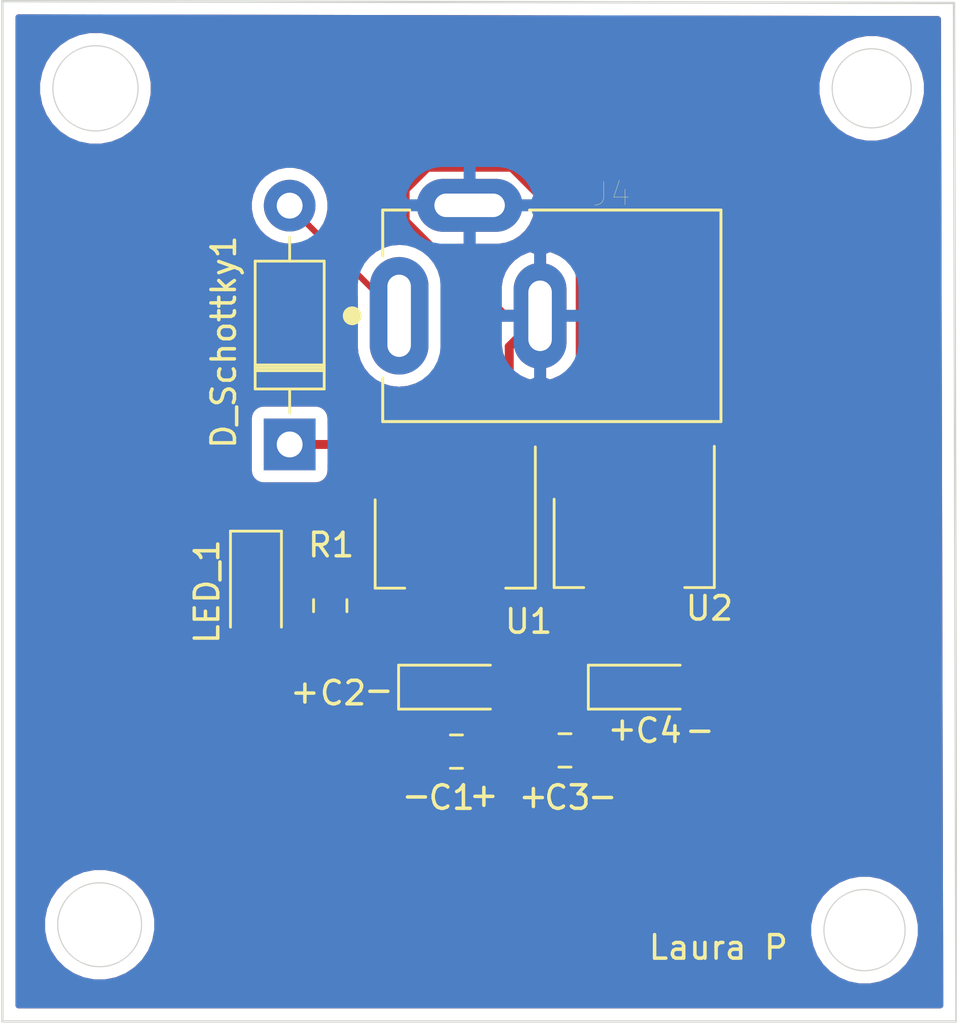
<source format=kicad_pcb>
(kicad_pcb (version 20171130) (host pcbnew "(5.1.5)-3")

  (general
    (thickness 1.6)
    (drawings 17)
    (tracks 61)
    (zones 0)
    (modules 10)
    (nets 7)
  )

  (page A4)
  (title_block
    (title "Sub Circuito de Alimentação")
    (date 2020-04-13)
    (rev "Laura Pereira")
    (company Layout)
  )

  (layers
    (0 F.Cu signal)
    (31 B.Cu signal)
    (32 B.Adhes user)
    (33 F.Adhes user)
    (34 B.Paste user)
    (35 F.Paste user)
    (36 B.SilkS user)
    (37 F.SilkS user)
    (38 B.Mask user)
    (39 F.Mask user)
    (40 Dwgs.User user)
    (41 Cmts.User user)
    (42 Eco1.User user)
    (43 Eco2.User user)
    (44 Edge.Cuts user)
    (45 Margin user)
    (46 B.CrtYd user)
    (47 F.CrtYd user)
    (48 B.Fab user)
    (49 F.Fab user)
  )

  (setup
    (last_trace_width 0.254)
    (trace_clearance 0.3048)
    (zone_clearance 0.508)
    (zone_45_only no)
    (trace_min 0.2)
    (via_size 0.762)
    (via_drill 0.381)
    (via_min_size 0.4)
    (via_min_drill 0.3)
    (uvia_size 0.3)
    (uvia_drill 0.1)
    (uvias_allowed no)
    (uvia_min_size 0.2)
    (uvia_min_drill 0.1)
    (edge_width 0.05)
    (segment_width 0.2)
    (pcb_text_width 0.3)
    (pcb_text_size 1.5 1.5)
    (mod_edge_width 0.12)
    (mod_text_size 1 1)
    (mod_text_width 0.15)
    (pad_size 1.524 1.524)
    (pad_drill 0.762)
    (pad_to_mask_clearance 0.051)
    (solder_mask_min_width 0.25)
    (aux_axis_origin 0 0)
    (visible_elements 7FFDFFFF)
    (pcbplotparams
      (layerselection 0x010f0_ffffffff)
      (usegerberextensions false)
      (usegerberattributes false)
      (usegerberadvancedattributes false)
      (creategerberjobfile false)
      (excludeedgelayer true)
      (linewidth 0.100000)
      (plotframeref true)
      (viasonmask false)
      (mode 1)
      (useauxorigin false)
      (hpglpennumber 1)
      (hpglpenspeed 20)
      (hpglpendiameter 15.000000)
      (psnegative false)
      (psa4output false)
      (plotreference true)
      (plotvalue false)
      (plotinvisibletext false)
      (padsonsilk false)
      (subtractmaskfromsilk false)
      (outputformat 4)
      (mirror false)
      (drillshape 0)
      (scaleselection 1)
      (outputdirectory "../../../../../../Downloads/"))
  )

  (net 0 "")
  (net 1 Vin)
  (net 2 GND)
  (net 3 +5V)
  (net 4 +3V3)
  (net 5 "Net-(D_Schottky1-Pad2)")
  (net 6 "Net-(LED_1-Pad2)")

  (net_class Default "Esta é a classe de rede padrão."
    (clearance 0.3048)
    (trace_width 0.254)
    (via_dia 0.762)
    (via_drill 0.381)
    (uvia_dia 0.3)
    (uvia_drill 0.1)
    (add_net "Net-(D_Schottky1-Pad2)")
    (add_net "Net-(LED_1-Pad2)")
  )

  (net_class Power ""
    (clearance 0.3048)
    (trace_width 0.381)
    (via_dia 0.762)
    (via_drill 0.381)
    (uvia_dia 0.3)
    (uvia_drill 0.1)
    (add_net +3V3)
    (add_net +5V)
    (add_net GND)
    (add_net Vin)
  )

  (module Capacitor_SMD:C_0805_2012Metric (layer F.Cu) (tedit 5B36C52B) (tstamp 5E94C309)
    (at 151.384 123.3932 180)
    (descr "Capacitor SMD 0805 (2012 Metric), square (rectangular) end terminal, IPC_7351 nominal, (Body size source: https://docs.google.com/spreadsheets/d/1BsfQQcO9C6DZCsRaXUlFlo91Tg2WpOkGARC1WS5S8t0/edit?usp=sharing), generated with kicad-footprint-generator")
    (tags capacitor)
    (path /5E950E09)
    (attr smd)
    (fp_text reference C1 (at 0.2032 -1.9558 180) (layer F.SilkS)
      (effects (font (size 1 1) (thickness 0.15)))
    )
    (fp_text value 100nF (at 0 1.65 180) (layer F.Fab)
      (effects (font (size 1 1) (thickness 0.15)))
    )
    (fp_line (start -1 0.6) (end -1 -0.6) (layer F.Fab) (width 0.1))
    (fp_line (start -1 -0.6) (end 1 -0.6) (layer F.Fab) (width 0.1))
    (fp_line (start 1 -0.6) (end 1 0.6) (layer F.Fab) (width 0.1))
    (fp_line (start 1 0.6) (end -1 0.6) (layer F.Fab) (width 0.1))
    (fp_line (start -0.258578 -0.71) (end 0.258578 -0.71) (layer F.SilkS) (width 0.12))
    (fp_line (start -0.258578 0.71) (end 0.258578 0.71) (layer F.SilkS) (width 0.12))
    (fp_line (start -1.68 0.95) (end -1.68 -0.95) (layer F.CrtYd) (width 0.05))
    (fp_line (start -1.68 -0.95) (end 1.68 -0.95) (layer F.CrtYd) (width 0.05))
    (fp_line (start 1.68 -0.95) (end 1.68 0.95) (layer F.CrtYd) (width 0.05))
    (fp_line (start 1.68 0.95) (end -1.68 0.95) (layer F.CrtYd) (width 0.05))
    (fp_text user %R (at 0 0 180) (layer F.Fab)
      (effects (font (size 0.5 0.5) (thickness 0.08)))
    )
    (pad 1 smd roundrect (at -0.9375 0 180) (size 0.975 1.4) (layers F.Cu F.Paste F.Mask) (roundrect_rratio 0.25)
      (net 1 Vin))
    (pad 2 smd roundrect (at 0.9375 0 180) (size 0.975 1.4) (layers F.Cu F.Paste F.Mask) (roundrect_rratio 0.25)
      (net 2 GND))
    (model ${KISYS3DMOD}/Capacitor_SMD.3dshapes/C_0805_2012Metric.wrl
      (at (xyz 0 0 0))
      (scale (xyz 1 1 1))
      (rotate (xyz 0 0 0))
    )
  )

  (module Capacitor_Tantalum_SMD:CP_EIA-3216-10_Kemet-I (layer F.Cu) (tedit 5B301BBE) (tstamp 5E94C31C)
    (at 151.2316 120.65)
    (descr "Tantalum Capacitor SMD Kemet-I (3216-10 Metric), IPC_7351 nominal, (Body size from: http://www.kemet.com/Lists/ProductCatalog/Attachments/253/KEM_TC101_STD.pdf), generated with kicad-footprint-generator")
    (tags "capacitor tantalum")
    (path /5E952FCC)
    (attr smd)
    (fp_text reference C2 (at -4.6736 0.254) (layer F.SilkS)
      (effects (font (size 1 1) (thickness 0.15)))
    )
    (fp_text value 10uF (at 0 1.75) (layer F.Fab)
      (effects (font (size 1 1) (thickness 0.15)))
    )
    (fp_line (start 1.6 -0.8) (end -1.2 -0.8) (layer F.Fab) (width 0.1))
    (fp_line (start -1.2 -0.8) (end -1.6 -0.4) (layer F.Fab) (width 0.1))
    (fp_line (start -1.6 -0.4) (end -1.6 0.8) (layer F.Fab) (width 0.1))
    (fp_line (start -1.6 0.8) (end 1.6 0.8) (layer F.Fab) (width 0.1))
    (fp_line (start 1.6 0.8) (end 1.6 -0.8) (layer F.Fab) (width 0.1))
    (fp_line (start 1.6 -0.935) (end -2.31 -0.935) (layer F.SilkS) (width 0.12))
    (fp_line (start -2.31 -0.935) (end -2.31 0.935) (layer F.SilkS) (width 0.12))
    (fp_line (start -2.31 0.935) (end 1.6 0.935) (layer F.SilkS) (width 0.12))
    (fp_line (start -2.3 1.05) (end -2.3 -1.05) (layer F.CrtYd) (width 0.05))
    (fp_line (start -2.3 -1.05) (end 2.3 -1.05) (layer F.CrtYd) (width 0.05))
    (fp_line (start 2.3 -1.05) (end 2.3 1.05) (layer F.CrtYd) (width 0.05))
    (fp_line (start 2.3 1.05) (end -2.3 1.05) (layer F.CrtYd) (width 0.05))
    (fp_text user %R (at 0 0) (layer F.Fab)
      (effects (font (size 0.8 0.8) (thickness 0.12)))
    )
    (pad 1 smd roundrect (at -1.35 0) (size 1.4 1.35) (layers F.Cu F.Paste F.Mask) (roundrect_rratio 0.185185)
      (net 3 +5V))
    (pad 2 smd roundrect (at 1.35 0) (size 1.4 1.35) (layers F.Cu F.Paste F.Mask) (roundrect_rratio 0.185185)
      (net 2 GND))
    (model ${KISYS3DMOD}/Capacitor_Tantalum_SMD.3dshapes/CP_EIA-3216-10_Kemet-I.wrl
      (at (xyz 0 0 0))
      (scale (xyz 1 1 1))
      (rotate (xyz 0 0 0))
    )
  )

  (module Capacitor_SMD:C_0805_2012Metric (layer F.Cu) (tedit 5B36C52B) (tstamp 5E94C32D)
    (at 156.0045 123.3424)
    (descr "Capacitor SMD 0805 (2012 Metric), square (rectangular) end terminal, IPC_7351 nominal, (Body size source: https://docs.google.com/spreadsheets/d/1BsfQQcO9C6DZCsRaXUlFlo91Tg2WpOkGARC1WS5S8t0/edit?usp=sharing), generated with kicad-footprint-generator")
    (tags capacitor)
    (path /5E9589C8)
    (attr smd)
    (fp_text reference C3 (at 0.1039 2.0066) (layer F.SilkS)
      (effects (font (size 1 1) (thickness 0.15)))
    )
    (fp_text value 100nF (at 0 1.65) (layer F.Fab)
      (effects (font (size 1 1) (thickness 0.15)))
    )
    (fp_text user %R (at 0 0) (layer F.Fab)
      (effects (font (size 0.5 0.5) (thickness 0.08)))
    )
    (fp_line (start 1.68 0.95) (end -1.68 0.95) (layer F.CrtYd) (width 0.05))
    (fp_line (start 1.68 -0.95) (end 1.68 0.95) (layer F.CrtYd) (width 0.05))
    (fp_line (start -1.68 -0.95) (end 1.68 -0.95) (layer F.CrtYd) (width 0.05))
    (fp_line (start -1.68 0.95) (end -1.68 -0.95) (layer F.CrtYd) (width 0.05))
    (fp_line (start -0.258578 0.71) (end 0.258578 0.71) (layer F.SilkS) (width 0.12))
    (fp_line (start -0.258578 -0.71) (end 0.258578 -0.71) (layer F.SilkS) (width 0.12))
    (fp_line (start 1 0.6) (end -1 0.6) (layer F.Fab) (width 0.1))
    (fp_line (start 1 -0.6) (end 1 0.6) (layer F.Fab) (width 0.1))
    (fp_line (start -1 -0.6) (end 1 -0.6) (layer F.Fab) (width 0.1))
    (fp_line (start -1 0.6) (end -1 -0.6) (layer F.Fab) (width 0.1))
    (pad 2 smd roundrect (at 0.9375 0) (size 0.975 1.4) (layers F.Cu F.Paste F.Mask) (roundrect_rratio 0.25)
      (net 2 GND))
    (pad 1 smd roundrect (at -0.9375 0) (size 0.975 1.4) (layers F.Cu F.Paste F.Mask) (roundrect_rratio 0.25)
      (net 1 Vin))
    (model ${KISYS3DMOD}/Capacitor_SMD.3dshapes/C_0805_2012Metric.wrl
      (at (xyz 0 0 0))
      (scale (xyz 1 1 1))
      (rotate (xyz 0 0 0))
    )
  )

  (module Capacitor_Tantalum_SMD:CP_EIA-3216-10_Kemet-I (layer F.Cu) (tedit 5B301BBE) (tstamp 5E94C340)
    (at 159.3088 120.65)
    (descr "Tantalum Capacitor SMD Kemet-I (3216-10 Metric), IPC_7351 nominal, (Body size from: http://www.kemet.com/Lists/ProductCatalog/Attachments/253/KEM_TC101_STD.pdf), generated with kicad-footprint-generator")
    (tags "capacitor tantalum")
    (path /5E95A536)
    (attr smd)
    (fp_text reference C4 (at 0.6858 1.8542) (layer F.SilkS)
      (effects (font (size 1 1) (thickness 0.15)))
    )
    (fp_text value 10uF (at 0 1.75) (layer F.Fab)
      (effects (font (size 1 1) (thickness 0.15)))
    )
    (fp_text user %R (at 0 0) (layer F.Fab)
      (effects (font (size 0.8 0.8) (thickness 0.12)))
    )
    (fp_line (start 2.3 1.05) (end -2.3 1.05) (layer F.CrtYd) (width 0.05))
    (fp_line (start 2.3 -1.05) (end 2.3 1.05) (layer F.CrtYd) (width 0.05))
    (fp_line (start -2.3 -1.05) (end 2.3 -1.05) (layer F.CrtYd) (width 0.05))
    (fp_line (start -2.3 1.05) (end -2.3 -1.05) (layer F.CrtYd) (width 0.05))
    (fp_line (start -2.31 0.935) (end 1.6 0.935) (layer F.SilkS) (width 0.12))
    (fp_line (start -2.31 -0.935) (end -2.31 0.935) (layer F.SilkS) (width 0.12))
    (fp_line (start 1.6 -0.935) (end -2.31 -0.935) (layer F.SilkS) (width 0.12))
    (fp_line (start 1.6 0.8) (end 1.6 -0.8) (layer F.Fab) (width 0.1))
    (fp_line (start -1.6 0.8) (end 1.6 0.8) (layer F.Fab) (width 0.1))
    (fp_line (start -1.6 -0.4) (end -1.6 0.8) (layer F.Fab) (width 0.1))
    (fp_line (start -1.2 -0.8) (end -1.6 -0.4) (layer F.Fab) (width 0.1))
    (fp_line (start 1.6 -0.8) (end -1.2 -0.8) (layer F.Fab) (width 0.1))
    (pad 2 smd roundrect (at 1.35 0) (size 1.4 1.35) (layers F.Cu F.Paste F.Mask) (roundrect_rratio 0.185185)
      (net 2 GND))
    (pad 1 smd roundrect (at -1.35 0) (size 1.4 1.35) (layers F.Cu F.Paste F.Mask) (roundrect_rratio 0.185185)
      (net 4 +3V3))
    (model ${KISYS3DMOD}/Capacitor_Tantalum_SMD.3dshapes/CP_EIA-3216-10_Kemet-I.wrl
      (at (xyz 0 0 0))
      (scale (xyz 1 1 1))
      (rotate (xyz 0 0 0))
    )
  )

  (module Diode_THT:D_DO-41_SOD81_P10.16mm_Horizontal (layer F.Cu) (tedit 5E9F75BC) (tstamp 5E94C35F)
    (at 144.2847 110.3249 90)
    (descr "Diode, DO-41_SOD81 series, Axial, Horizontal, pin pitch=10.16mm, , length*diameter=5.2*2.7mm^2, , http://www.diodes.com/_files/packages/DO-41%20(Plastic).pdf")
    (tags "Diode DO-41_SOD81 series Axial Horizontal pin pitch 10.16mm  length 5.2mm diameter 2.7mm")
    (path /5E947E61)
    (fp_text reference D_Schottky1 (at 4.3561 -2.8067 90) (layer F.SilkS)
      (effects (font (size 1 1) (thickness 0.15)))
    )
    (fp_text value 1N5819 (at 5.08 2.47 90) (layer F.Fab)
      (effects (font (size 1 1) (thickness 0.15)))
    )
    (fp_line (start 2.48 -1.35) (end 2.48 1.35) (layer F.Fab) (width 0.1))
    (fp_line (start 2.48 1.35) (end 7.68 1.35) (layer F.Fab) (width 0.1))
    (fp_line (start 7.68 1.35) (end 7.68 -1.35) (layer F.Fab) (width 0.1))
    (fp_line (start 7.68 -1.35) (end 2.48 -1.35) (layer F.Fab) (width 0.1))
    (fp_line (start 0 0) (end 2.48 0) (layer F.Fab) (width 0.1))
    (fp_line (start 10.16 0) (end 7.68 0) (layer F.Fab) (width 0.1))
    (fp_line (start 3.26 -1.35) (end 3.26 1.35) (layer F.Fab) (width 0.1))
    (fp_line (start 3.36 -1.35) (end 3.36 1.35) (layer F.Fab) (width 0.1))
    (fp_line (start 3.16 -1.35) (end 3.16 1.35) (layer F.Fab) (width 0.1))
    (fp_line (start 2.36 -1.47) (end 2.36 1.47) (layer F.SilkS) (width 0.12))
    (fp_line (start 2.36 1.47) (end 7.8 1.47) (layer F.SilkS) (width 0.12))
    (fp_line (start 7.8 1.47) (end 7.8 -1.47) (layer F.SilkS) (width 0.12))
    (fp_line (start 7.8 -1.47) (end 2.36 -1.47) (layer F.SilkS) (width 0.12))
    (fp_line (start 1.34 0) (end 2.36 0) (layer F.SilkS) (width 0.12))
    (fp_line (start 8.82 0) (end 7.8 0) (layer F.SilkS) (width 0.12))
    (fp_line (start 3.26 -1.47) (end 3.26 1.47) (layer F.SilkS) (width 0.12))
    (fp_line (start 3.38 -1.47) (end 3.38 1.47) (layer F.SilkS) (width 0.12))
    (fp_line (start 3.14 -1.47) (end 3.14 1.47) (layer F.SilkS) (width 0.12))
    (fp_line (start -1.35 -1.6) (end -1.35 1.6) (layer F.CrtYd) (width 0.05))
    (fp_line (start -1.35 1.6) (end 11.51 1.6) (layer F.CrtYd) (width 0.05))
    (fp_line (start 11.51 1.6) (end 11.51 -1.6) (layer F.CrtYd) (width 0.05))
    (fp_line (start 11.51 -1.6) (end -1.35 -1.6) (layer F.CrtYd) (width 0.05))
    (fp_text user %R (at 4.784499 0.102199 90) (layer F.Fab)
      (effects (font (size 1 1) (thickness 0.15)))
    )
    (fp_text user K (at 0 -2.1 90) (layer F.Fab)
      (effects (font (size 1 1) (thickness 0.15)))
    )
    (pad 1 thru_hole rect (at 0 0 90) (size 2.2 2.2) (drill 1.1) (layers *.Cu *.Mask)
      (net 1 Vin))
    (pad 2 thru_hole oval (at 10.16 0 90) (size 2.2 2.2) (drill 1.1) (layers *.Cu *.Mask)
      (net 5 "Net-(D_Schottky1-Pad2)"))
    (model ${KISYS3DMOD}/Diode_THT.3dshapes/D_DO-41_SOD81_P10.16mm_Horizontal.wrl
      (at (xyz 0 0 0))
      (scale (xyz 1 1 1))
      (rotate (xyz 0 0 0))
    )
  )

  (module LED_SMD:LED_1206_3216Metric_Castellated (layer F.Cu) (tedit 5B301BBE) (tstamp 5E9FD19F)
    (at 142.8496 116.4971 270)
    (descr "LED SMD 1206 (3216 Metric), castellated end terminal, IPC_7351 nominal, (Body size source: http://www.tortai-tech.com/upload/download/2011102023233369053.pdf), generated with kicad-footprint-generator")
    (tags "LED castellated")
    (path /5E94B116)
    (attr smd)
    (fp_text reference LED_1 (at 0.0889 2.0828 90) (layer F.SilkS)
      (effects (font (size 1 1) (thickness 0.15)))
    )
    (fp_text value LED_ALIM (at 0 1.78 270) (layer F.Fab)
      (effects (font (size 1 1) (thickness 0.15)))
    )
    (fp_line (start 1.6 -0.8) (end -1.2 -0.8) (layer F.Fab) (width 0.1))
    (fp_line (start -1.2 -0.8) (end -1.6 -0.4) (layer F.Fab) (width 0.1))
    (fp_line (start -1.6 -0.4) (end -1.6 0.8) (layer F.Fab) (width 0.1))
    (fp_line (start -1.6 0.8) (end 1.6 0.8) (layer F.Fab) (width 0.1))
    (fp_line (start 1.6 0.8) (end 1.6 -0.8) (layer F.Fab) (width 0.1))
    (fp_line (start 1.6 -1.085) (end -2.485 -1.085) (layer F.SilkS) (width 0.12))
    (fp_line (start -2.485 -1.085) (end -2.485 1.085) (layer F.SilkS) (width 0.12))
    (fp_line (start -2.485 1.085) (end 1.6 1.085) (layer F.SilkS) (width 0.12))
    (fp_line (start -2.48 1.08) (end -2.48 -1.08) (layer F.CrtYd) (width 0.05))
    (fp_line (start -2.48 -1.08) (end 2.48 -1.08) (layer F.CrtYd) (width 0.05))
    (fp_line (start 2.48 -1.08) (end 2.48 1.08) (layer F.CrtYd) (width 0.05))
    (fp_line (start 2.48 1.08) (end -2.48 1.08) (layer F.CrtYd) (width 0.05))
    (fp_text user %R (at 0 0 270) (layer F.Fab)
      (effects (font (size 0.8 0.8) (thickness 0.12)))
    )
    (pad 1 smd roundrect (at -1.425 0 270) (size 1.6 1.65) (layers F.Cu F.Paste F.Mask) (roundrect_rratio 0.15625)
      (net 2 GND))
    (pad 2 smd roundrect (at 1.425 0 270) (size 1.6 1.65) (layers F.Cu F.Paste F.Mask) (roundrect_rratio 0.15625)
      (net 6 "Net-(LED_1-Pad2)"))
    (model ${KISYS3DMOD}/LED_SMD.3dshapes/LED_1206_3216Metric_Castellated.wrl
      (at (xyz 0 0 0))
      (scale (xyz 1 1 1))
      (rotate (xyz 0 0 0))
    )
  )

  (module Resistor_SMD:R_0805_2012Metric (layer F.Cu) (tedit 5B36C52B) (tstamp 5E94C383)
    (at 146.0119 117.1829 90)
    (descr "Resistor SMD 0805 (2012 Metric), square (rectangular) end terminal, IPC_7351 nominal, (Body size source: https://docs.google.com/spreadsheets/d/1BsfQQcO9C6DZCsRaXUlFlo91Tg2WpOkGARC1WS5S8t0/edit?usp=sharing), generated with kicad-footprint-generator")
    (tags resistor)
    (path /5E94A5B0)
    (attr smd)
    (fp_text reference R1 (at 2.5781 0.0381) (layer F.SilkS)
      (effects (font (size 1 1) (thickness 0.15)))
    )
    (fp_text value 470 (at 0 1.65 90) (layer F.Fab)
      (effects (font (size 1 1) (thickness 0.15)))
    )
    (fp_line (start -1 0.6) (end -1 -0.6) (layer F.Fab) (width 0.1))
    (fp_line (start -1 -0.6) (end 1 -0.6) (layer F.Fab) (width 0.1))
    (fp_line (start 1 -0.6) (end 1 0.6) (layer F.Fab) (width 0.1))
    (fp_line (start 1 0.6) (end -1 0.6) (layer F.Fab) (width 0.1))
    (fp_line (start -0.258578 -0.71) (end 0.258578 -0.71) (layer F.SilkS) (width 0.12))
    (fp_line (start -0.258578 0.71) (end 0.258578 0.71) (layer F.SilkS) (width 0.12))
    (fp_line (start -1.68 0.95) (end -1.68 -0.95) (layer F.CrtYd) (width 0.05))
    (fp_line (start -1.68 -0.95) (end 1.68 -0.95) (layer F.CrtYd) (width 0.05))
    (fp_line (start 1.68 -0.95) (end 1.68 0.95) (layer F.CrtYd) (width 0.05))
    (fp_line (start 1.68 0.95) (end -1.68 0.95) (layer F.CrtYd) (width 0.05))
    (fp_text user %R (at 0 0 90) (layer F.Fab)
      (effects (font (size 0.5 0.5) (thickness 0.08)))
    )
    (pad 1 smd roundrect (at -0.9375 0 90) (size 0.975 1.4) (layers F.Cu F.Paste F.Mask) (roundrect_rratio 0.25)
      (net 6 "Net-(LED_1-Pad2)"))
    (pad 2 smd roundrect (at 0.9375 0 90) (size 0.975 1.4) (layers F.Cu F.Paste F.Mask) (roundrect_rratio 0.25)
      (net 3 +5V))
    (model ${KISYS3DMOD}/Resistor_SMD.3dshapes/R_0805_2012Metric.wrl
      (at (xyz 0 0 0))
      (scale (xyz 1 1 1))
      (rotate (xyz 0 0 0))
    )
  )

  (module Package_TO_SOT_SMD:SOT-223-3_TabPin2 (layer F.Cu) (tedit 5A02FF57) (tstamp 5E94C399)
    (at 151.3332 114.5286 270)
    (descr "module CMS SOT223 4 pins")
    (tags "CMS SOT")
    (path /5E94FBE2)
    (attr smd)
    (fp_text reference U1 (at 3.3274 -3.1242) (layer F.SilkS)
      (effects (font (size 1 1) (thickness 0.15)))
    )
    (fp_text value LD1117S50TR_SOT223 (at 0 4.5 270) (layer F.Fab)
      (effects (font (size 1 1) (thickness 0.15)))
    )
    (fp_text user %R (at 0 0) (layer F.Fab)
      (effects (font (size 0.8 0.8) (thickness 0.12)))
    )
    (fp_line (start 1.91 3.41) (end 1.91 2.15) (layer F.SilkS) (width 0.12))
    (fp_line (start 1.91 -3.41) (end 1.91 -2.15) (layer F.SilkS) (width 0.12))
    (fp_line (start 4.4 -3.6) (end -4.4 -3.6) (layer F.CrtYd) (width 0.05))
    (fp_line (start 4.4 3.6) (end 4.4 -3.6) (layer F.CrtYd) (width 0.05))
    (fp_line (start -4.4 3.6) (end 4.4 3.6) (layer F.CrtYd) (width 0.05))
    (fp_line (start -4.4 -3.6) (end -4.4 3.6) (layer F.CrtYd) (width 0.05))
    (fp_line (start -1.85 -2.35) (end -0.85 -3.35) (layer F.Fab) (width 0.1))
    (fp_line (start -1.85 -2.35) (end -1.85 3.35) (layer F.Fab) (width 0.1))
    (fp_line (start -1.85 3.41) (end 1.91 3.41) (layer F.SilkS) (width 0.12))
    (fp_line (start -0.85 -3.35) (end 1.85 -3.35) (layer F.Fab) (width 0.1))
    (fp_line (start -4.1 -3.41) (end 1.91 -3.41) (layer F.SilkS) (width 0.12))
    (fp_line (start -1.85 3.35) (end 1.85 3.35) (layer F.Fab) (width 0.1))
    (fp_line (start 1.85 -3.35) (end 1.85 3.35) (layer F.Fab) (width 0.1))
    (pad 2 smd rect (at 3.15 0 270) (size 2 3.8) (layers F.Cu F.Paste F.Mask)
      (net 3 +5V))
    (pad 2 smd rect (at -3.15 0 270) (size 2 1.5) (layers F.Cu F.Paste F.Mask)
      (net 3 +5V))
    (pad 3 smd rect (at -3.15 2.3 270) (size 2 1.5) (layers F.Cu F.Paste F.Mask)
      (net 1 Vin))
    (pad 1 smd rect (at -3.15 -2.3 270) (size 2 1.5) (layers F.Cu F.Paste F.Mask)
      (net 2 GND))
    (model ${KISYS3DMOD}/Package_TO_SOT_SMD.3dshapes/SOT-223.wrl
      (at (xyz 0 0 0))
      (scale (xyz 1 1 1))
      (rotate (xyz 0 0 0))
    )
  )

  (module Package_TO_SOT_SMD:SOT-223-3_TabPin2 (layer F.Cu) (tedit 5A02FF57) (tstamp 5E94C3AF)
    (at 158.9532 114.5032 270)
    (descr "module CMS SOT223 4 pins")
    (tags "CMS SOT")
    (path /5E9577FF)
    (attr smd)
    (fp_text reference U2 (at 2.794 -3.2004) (layer F.SilkS)
      (effects (font (size 1 1) (thickness 0.15)))
    )
    (fp_text value LD1117S33TR_SOT223 (at 0 4.5 270) (layer F.Fab)
      (effects (font (size 1 1) (thickness 0.15)))
    )
    (fp_line (start 1.85 -3.35) (end 1.85 3.35) (layer F.Fab) (width 0.1))
    (fp_line (start -1.85 3.35) (end 1.85 3.35) (layer F.Fab) (width 0.1))
    (fp_line (start -4.1 -3.41) (end 1.91 -3.41) (layer F.SilkS) (width 0.12))
    (fp_line (start -0.85 -3.35) (end 1.85 -3.35) (layer F.Fab) (width 0.1))
    (fp_line (start -1.85 3.41) (end 1.91 3.41) (layer F.SilkS) (width 0.12))
    (fp_line (start -1.85 -2.35) (end -1.85 3.35) (layer F.Fab) (width 0.1))
    (fp_line (start -1.85 -2.35) (end -0.85 -3.35) (layer F.Fab) (width 0.1))
    (fp_line (start -4.4 -3.6) (end -4.4 3.6) (layer F.CrtYd) (width 0.05))
    (fp_line (start -4.4 3.6) (end 4.4 3.6) (layer F.CrtYd) (width 0.05))
    (fp_line (start 4.4 3.6) (end 4.4 -3.6) (layer F.CrtYd) (width 0.05))
    (fp_line (start 4.4 -3.6) (end -4.4 -3.6) (layer F.CrtYd) (width 0.05))
    (fp_line (start 1.91 -3.41) (end 1.91 -2.15) (layer F.SilkS) (width 0.12))
    (fp_line (start 1.91 3.41) (end 1.91 2.15) (layer F.SilkS) (width 0.12))
    (fp_text user %R (at 0 0) (layer F.Fab)
      (effects (font (size 0.8 0.8) (thickness 0.12)))
    )
    (pad 1 smd rect (at -3.15 -2.3 270) (size 2 1.5) (layers F.Cu F.Paste F.Mask)
      (net 2 GND))
    (pad 3 smd rect (at -3.15 2.3 270) (size 2 1.5) (layers F.Cu F.Paste F.Mask)
      (net 1 Vin))
    (pad 2 smd rect (at -3.15 0 270) (size 2 1.5) (layers F.Cu F.Paste F.Mask)
      (net 4 +3V3))
    (pad 2 smd rect (at 3.15 0 270) (size 2 3.8) (layers F.Cu F.Paste F.Mask)
      (net 4 +3V3))
    (model ${KISYS3DMOD}/Package_TO_SOT_SMD.3dshapes/SOT-223.wrl
      (at (xyz 0 0 0))
      (scale (xyz 1 1 1))
      (rotate (xyz 0 0 0))
    )
  )

  (module pj-002A:CUI_PJ-002A (layer F.Cu) (tedit 5E7E27A5) (tstamp 5E956E4C)
    (at 148.9456 104.8512)
    (path /5E946822)
    (fp_text reference J4 (at 9.0424 -5.1816 180) (layer F.SilkS)
      (effects (font (size 1.000827 1.000827) (thickness 0.015)))
    )
    (fp_text value PJ-002A (at 6.302433 5.78184 180) (layer F.Fab)
      (effects (font (size 1.001181 1.001181) (thickness 0.015)))
    )
    (fp_line (start -0.7 -4.5) (end 13.7 -4.5) (layer F.Fab) (width 0.127))
    (fp_line (start 13.7 -4.5) (end 13.7 4.5) (layer F.Fab) (width 0.127))
    (fp_line (start 13.7 4.5) (end -0.7 4.5) (layer F.Fab) (width 0.127))
    (fp_line (start -0.7 4.5) (end -0.7 -4.5) (layer F.Fab) (width 0.127))
    (fp_line (start 13.7 -4.5) (end 13.7 4.5) (layer F.SilkS) (width 0.127))
    (fp_line (start 13.7 4.5) (end -0.7 4.5) (layer F.SilkS) (width 0.127))
    (fp_line (start -0.7 -4.5) (end 0.45 -4.5) (layer F.SilkS) (width 0.127))
    (fp_line (start -0.7 4.5) (end -0.7 2.65) (layer F.SilkS) (width 0.127))
    (fp_line (start 5.55 -4.5) (end 13.7 -4.5) (layer F.SilkS) (width 0.127))
    (fp_line (start -0.7 -2.55) (end -0.7 -4.5) (layer F.SilkS) (width 0.127))
    (fp_line (start -1 -4.75) (end 0.45 -4.75) (layer F.CrtYd) (width 0.05))
    (fp_line (start 0.45 -4.75) (end 0.45 -6.1) (layer F.CrtYd) (width 0.05))
    (fp_line (start 0.45 -6.1) (end 5.55 -6.1) (layer F.CrtYd) (width 0.05))
    (fp_line (start 5.55 -6.1) (end 5.55 -4.75) (layer F.CrtYd) (width 0.05))
    (fp_line (start 5.55 -4.75) (end 14 -4.75) (layer F.CrtYd) (width 0.05))
    (fp_line (start 14 -4.75) (end 14 4.75) (layer F.CrtYd) (width 0.05))
    (fp_line (start 14 4.75) (end -1 4.75) (layer F.CrtYd) (width 0.05))
    (fp_line (start -1 4.75) (end -1 2.35) (layer F.CrtYd) (width 0.05))
    (fp_circle (center -2 0) (end -1.8 0) (layer F.SilkS) (width 0.4))
    (fp_line (start -1 -2.25) (end -1 -4.75) (layer F.CrtYd) (width 0.05))
    (fp_line (start -1 -2.25) (end -1.55 -2.25) (layer F.CrtYd) (width 0.05))
    (fp_line (start -1.55 -2.25) (end -1.55 2.35) (layer F.CrtYd) (width 0.05))
    (fp_line (start -1.55 2.35) (end -1 2.35) (layer F.CrtYd) (width 0.05))
    (pad 1 thru_hole oval (at 0 0) (size 2.5 5) (drill oval 1 3.5) (layers *.Cu *.Mask)
      (net 5 "Net-(D_Schottky1-Pad2)"))
    (pad 2 thru_hole oval (at 6 0) (size 2.25 4.5) (drill oval 1 3) (layers *.Cu *.Mask)
      (net 2 GND))
    (pad 3 thru_hole oval (at 3 -4.7) (size 4.5 2.25) (drill oval 3 1) (layers *.Cu *.Mask)
      (net 2 GND))
  )

  (gr_text - (at 148.082 120.7516) (layer F.SilkS)
    (effects (font (size 1 1) (thickness 0.15)))
  )
  (gr_text + (at 144.9324 120.8278) (layer F.SilkS)
    (effects (font (size 1 1) (thickness 0.15)))
  )
  (gr_text + (at 158.4452 122.4026) (layer F.SilkS)
    (effects (font (size 1 1) (thickness 0.15)))
  )
  (gr_text - (at 161.7472 122.4534) (layer F.SilkS)
    (effects (font (size 1 1) (thickness 0.15)))
  )
  (gr_text - (at 157.607 125.2728) (layer F.SilkS)
    (effects (font (size 1 1) (thickness 0.15)))
  )
  (gr_text + (at 154.6606 125.2728) (layer F.SilkS)
    (effects (font (size 1 1) (thickness 0.15)))
  )
  (gr_text + (at 152.5524 125.222) (layer F.SilkS)
    (effects (font (size 1 1) (thickness 0.15)))
  )
  (gr_text - (at 149.6822 125.2474) (layer F.SilkS)
    (effects (font (size 1 1) (thickness 0.15)))
  )
  (gr_text "Laura P" (at 162.5346 131.7244) (layer F.SilkS)
    (effects (font (size 1 1) (thickness 0.15)))
  )
  (gr_line (start 132.0546 91.4654) (end 172.5676 91.5416) (layer Edge.Cuts) (width 0.1))
  (gr_line (start 132.0546 134.874) (end 132.0546 91.4654) (layer Edge.Cuts) (width 0.1))
  (gr_line (start 172.6692 134.874) (end 132.0546 134.874) (layer Edge.Cuts) (width 0.1))
  (gr_line (start 172.5676 91.5416) (end 172.6692 134.874) (layer Edge.Cuts) (width 0.1))
  (gr_circle (center 169.0624 95.1738) (end 169.8752 96.647) (layer Edge.Cuts) (width 0.05))
  (gr_circle (center 168.7576 130.9878) (end 170.053 132.1308) (layer Edge.Cuts) (width 0.05))
  (gr_circle (center 136.017 95.1738) (end 136.1948 96.9772) (layer Edge.Cuts) (width 0.05))
  (gr_circle (center 136.1948 130.7592) (end 137.9728 130.6068) (layer Edge.Cuts) (width 0.05))

  (segment (start 155.0162 123.3932) (end 155.067 123.3424) (width 0.381) (layer F.Cu) (net 1))
  (segment (start 152.3215 123.3932) (end 155.0162 123.3932) (width 0.381) (layer F.Cu) (net 1))
  (segment (start 156.6532 114.1362) (end 156.6532 111.3532) (width 0.381) (layer F.Cu) (net 1))
  (segment (start 155.067 123.3424) (end 155.067 115.7224) (width 0.381) (layer F.Cu) (net 1))
  (segment (start 155.067 115.7224) (end 156.6532 114.1362) (width 0.381) (layer F.Cu) (net 1))
  (segment (start 147.9541 110.3249) (end 149.0332 111.404) (width 0.381) (layer F.Cu) (net 1))
  (segment (start 144.2847 110.3249) (end 147.9541 110.3249) (width 0.381) (layer F.Cu) (net 1))
  (segment (start 156.6532 109.9722) (end 156.6532 111.3532) (width 0.381) (layer F.Cu) (net 1))
  (segment (start 156.6532 101.442336) (end 156.6532 109.9722) (width 0.381) (layer F.Cu) (net 1))
  (segment (start 153.741754 98.53089) (end 156.6532 101.442336) (width 0.381) (layer F.Cu) (net 1))
  (segment (start 150.149446 98.53089) (end 153.741754 98.53089) (width 0.381) (layer F.Cu) (net 1))
  (segment (start 149.20029 99.480046) (end 150.149446 98.53089) (width 0.381) (layer F.Cu) (net 1))
  (segment (start 149.20029 100.822354) (end 149.20029 99.480046) (width 0.381) (layer F.Cu) (net 1))
  (segment (start 151.25979 102.881854) (end 149.20029 100.822354) (width 0.381) (layer F.Cu) (net 1))
  (segment (start 151.25979 107.432749) (end 151.25979 102.881854) (width 0.381) (layer F.Cu) (net 1))
  (segment (start 149.0332 109.659339) (end 151.25979 107.432749) (width 0.381) (layer F.Cu) (net 1))
  (segment (start 149.0332 111.404) (end 149.0332 109.659339) (width 0.381) (layer F.Cu) (net 1))
  (segment (start 153.4396 104.8512) (end 154.9456 104.8512) (width 0.381) (layer F.Cu) (net 2))
  (segment (start 151.9456 103.3572) (end 153.4396 104.8512) (width 0.381) (layer F.Cu) (net 2))
  (segment (start 151.9456 100.1512) (end 151.9456 103.3572) (width 0.381) (layer F.Cu) (net 2))
  (segment (start 150.4465 122.7851) (end 152.5816 120.65) (width 0.381) (layer F.Cu) (net 2))
  (segment (start 150.4465 123.3932) (end 150.4465 122.7851) (width 0.381) (layer F.Cu) (net 2))
  (segment (start 153.6332 112.785) (end 153.6332 111.404) (width 0.381) (layer F.Cu) (net 2))
  (segment (start 153.728501 112.880301) (end 153.6332 112.785) (width 0.381) (layer F.Cu) (net 2))
  (segment (start 153.728501 120.203099) (end 153.728501 112.880301) (width 0.381) (layer F.Cu) (net 2))
  (segment (start 153.2816 120.65) (end 153.728501 120.203099) (width 0.381) (layer F.Cu) (net 2))
  (segment (start 152.5816 120.65) (end 153.2816 120.65) (width 0.381) (layer F.Cu) (net 2))
  (segment (start 149.959 123.3932) (end 150.4465 123.3932) (width 0.381) (layer F.Cu) (net 2))
  (segment (start 141.52929 117.06338) (end 141.52929 118.78082) (width 0.381) (layer F.Cu) (net 2))
  (segment (start 142.8496 115.74307) (end 141.52929 117.06338) (width 0.381) (layer F.Cu) (net 2))
  (segment (start 142.8496 115.0721) (end 142.8496 115.74307) (width 0.381) (layer F.Cu) (net 2))
  (segment (start 160.6588 121.325) (end 160.6588 120.65) (width 0.381) (layer F.Cu) (net 2))
  (segment (start 158.6414 123.3424) (end 160.6588 121.325) (width 0.381) (layer F.Cu) (net 2))
  (segment (start 156.942 123.3424) (end 158.6414 123.3424) (width 0.381) (layer F.Cu) (net 2))
  (segment (start 156.456473 123.827927) (end 156.942 123.3424) (width 0.381) (layer F.Cu) (net 2))
  (segment (start 155.69589 124.58851) (end 156.456473 123.827927) (width 0.381) (layer F.Cu) (net 2))
  (segment (start 151.77162 124.58851) (end 155.69589 124.58851) (width 0.381) (layer F.Cu) (net 2))
  (segment (start 151.33869 124.15558) (end 151.77162 124.58851) (width 0.381) (layer F.Cu) (net 2))
  (segment (start 151.33869 121.19291) (end 151.33869 124.15558) (width 0.381) (layer F.Cu) (net 2))
  (segment (start 151.8816 120.65) (end 151.33869 121.19291) (width 0.381) (layer F.Cu) (net 2))
  (segment (start 152.5816 120.65) (end 151.8816 120.65) (width 0.381) (layer F.Cu) (net 2))
  (segment (start 160.6588 119.975) (end 160.6588 120.65) (width 0.381) (layer F.Cu) (net 2))
  (segment (start 161.348501 119.285299) (end 160.6588 119.975) (width 0.381) (layer F.Cu) (net 2))
  (segment (start 161.348501 112.829501) (end 161.348501 119.285299) (width 0.381) (layer F.Cu) (net 2))
  (segment (start 161.2532 112.7342) (end 161.348501 112.829501) (width 0.381) (layer F.Cu) (net 2))
  (segment (start 161.2532 111.3532) (end 161.2532 112.7342) (width 0.381) (layer F.Cu) (net 2))
  (segment (start 153.6332 106.1636) (end 154.9456 104.8512) (width 0.381) (layer F.Cu) (net 2))
  (segment (start 153.6332 111.404) (end 153.6332 106.1636) (width 0.381) (layer F.Cu) (net 2))
  (segment (start 149.8816 119.1556) (end 151.3332 117.704) (width 0.381) (layer F.Cu) (net 3))
  (segment (start 149.8816 120.65) (end 149.8816 119.1556) (width 0.381) (layer F.Cu) (net 3))
  (segment (start 147.8728 116.2454) (end 151.3332 112.785) (width 0.381) (layer F.Cu) (net 3))
  (segment (start 146.0119 116.2454) (end 147.8728 116.2454) (width 0.381) (layer F.Cu) (net 3))
  (segment (start 151.3332 112.785) (end 151.3332 117.704) (width 0.381) (layer F.Cu) (net 3))
  (segment (start 151.3332 111.404) (end 151.3332 112.785) (width 0.381) (layer F.Cu) (net 3))
  (segment (start 157.9588 118.6476) (end 158.9532 117.6532) (width 0.381) (layer F.Cu) (net 4))
  (segment (start 157.9588 120.65) (end 157.9588 118.6476) (width 0.381) (layer F.Cu) (net 4))
  (segment (start 158.9532 117.6532) (end 158.9532 111.3532) (width 0.381) (layer F.Cu) (net 4))
  (segment (start 144.2847 100.1649) (end 144.2847 100.1903) (width 0.254) (layer F.Cu) (net 5) (status C00000))
  (segment (start 144.2847 100.1903) (end 148.9456 104.8512) (width 0.254) (layer F.Cu) (net 5) (tstamp 5EA0484B) (status C00000))
  (segment (start 145.8136 117.9221) (end 146.0119 118.1204) (width 0.254) (layer F.Cu) (net 6))
  (segment (start 142.8496 117.9221) (end 145.8136 117.9221) (width 0.254) (layer F.Cu) (net 6))

  (zone (net 2) (net_name GND) (layer F.Cu) (tstamp 0) (hatch edge 0.508)
    (connect_pads (clearance 0.508))
    (min_thickness 0.254)
    (fill yes (arc_segments 32) (thermal_gap 0.508) (thermal_bridge_width 0.508))
    (polygon
      (pts
        (xy 172.1104 91.821) (xy 172.2628 134.747) (xy 132.207 134.747) (xy 132.207 91.6432)
      )
    )
    (filled_polygon
      (pts
        (xy 171.884201 92.225316) (xy 171.982592 134.189) (xy 132.7396 134.189) (xy 132.7396 130.517635) (xy 133.742148 130.517635)
        (xy 133.742148 131.000765) (xy 133.836402 131.474612) (xy 134.021288 131.920966) (xy 134.289701 132.322674) (xy 134.631326 132.664299)
        (xy 135.033034 132.932712) (xy 135.479388 133.117598) (xy 135.953235 133.211852) (xy 136.436365 133.211852) (xy 136.910212 133.117598)
        (xy 137.356566 132.932712) (xy 137.758274 132.664299) (xy 138.099899 132.322674) (xy 138.368312 131.920966) (xy 138.553198 131.474612)
        (xy 138.647452 131.000765) (xy 138.647452 130.751817) (xy 166.36162 130.751817) (xy 166.36162 131.223783) (xy 166.453696 131.686682)
        (xy 166.63431 132.122722) (xy 166.896521 132.515148) (xy 167.230252 132.848879) (xy 167.622678 133.11109) (xy 168.058718 133.291704)
        (xy 168.521617 133.38378) (xy 168.993583 133.38378) (xy 169.456482 133.291704) (xy 169.892522 133.11109) (xy 170.284948 132.848879)
        (xy 170.618679 132.515148) (xy 170.88089 132.122722) (xy 171.061504 131.686682) (xy 171.15358 131.223783) (xy 171.15358 130.751817)
        (xy 171.061504 130.288918) (xy 170.88089 129.852878) (xy 170.618679 129.460452) (xy 170.284948 129.126721) (xy 169.892522 128.86451)
        (xy 169.456482 128.683896) (xy 168.993583 128.59182) (xy 168.521617 128.59182) (xy 168.058718 128.683896) (xy 167.622678 128.86451)
        (xy 167.230252 129.126721) (xy 166.896521 129.460452) (xy 166.63431 129.852878) (xy 166.453696 130.288918) (xy 166.36162 130.751817)
        (xy 138.647452 130.751817) (xy 138.647452 130.517635) (xy 138.553198 130.043788) (xy 138.368312 129.597434) (xy 138.099899 129.195726)
        (xy 137.758274 128.854101) (xy 137.356566 128.585688) (xy 136.910212 128.400802) (xy 136.436365 128.306548) (xy 135.953235 128.306548)
        (xy 135.479388 128.400802) (xy 135.033034 128.585688) (xy 134.631326 128.854101) (xy 134.289701 129.195726) (xy 134.021288 129.597434)
        (xy 133.836402 130.043788) (xy 133.742148 130.517635) (xy 132.7396 130.517635) (xy 132.7396 124.0932) (xy 149.320928 124.0932)
        (xy 149.333188 124.217682) (xy 149.369498 124.33738) (xy 149.428463 124.447694) (xy 149.507815 124.544385) (xy 149.604506 124.623737)
        (xy 149.71482 124.682702) (xy 149.834518 124.719012) (xy 149.959 124.731272) (xy 150.16075 124.7282) (xy 150.3195 124.56945)
        (xy 150.3195 123.5202) (xy 149.48275 123.5202) (xy 149.324 123.67895) (xy 149.320928 124.0932) (xy 132.7396 124.0932)
        (xy 132.7396 122.6932) (xy 149.320928 122.6932) (xy 149.324 123.10745) (xy 149.48275 123.2662) (xy 150.3195 123.2662)
        (xy 150.3195 122.21695) (xy 150.16075 122.0582) (xy 149.959 122.055128) (xy 149.834518 122.067388) (xy 149.71482 122.103698)
        (xy 149.604506 122.162663) (xy 149.507815 122.242015) (xy 149.428463 122.338706) (xy 149.369498 122.44902) (xy 149.333188 122.568718)
        (xy 149.320928 122.6932) (xy 132.7396 122.6932) (xy 132.7396 115.8721) (xy 141.386528 115.8721) (xy 141.398788 115.996582)
        (xy 141.435098 116.11628) (xy 141.494063 116.226594) (xy 141.573415 116.323285) (xy 141.670106 116.402637) (xy 141.78042 116.461602)
        (xy 141.900118 116.497912) (xy 142.0246 116.510172) (xy 142.072309 116.5099) (xy 141.93475 116.551628) (xy 141.781214 116.633695)
        (xy 141.646638 116.744138) (xy 141.536195 116.878714) (xy 141.454128 117.03225) (xy 141.403592 117.198846) (xy 141.386528 117.3721)
        (xy 141.386528 118.4721) (xy 141.403592 118.645354) (xy 141.454128 118.81195) (xy 141.536195 118.965486) (xy 141.646638 119.100062)
        (xy 141.781214 119.210505) (xy 141.93475 119.292572) (xy 142.101346 119.343108) (xy 142.2746 119.360172) (xy 143.4246 119.360172)
        (xy 143.597854 119.343108) (xy 143.76445 119.292572) (xy 143.917986 119.210505) (xy 144.052562 119.100062) (xy 144.163005 118.965486)
        (xy 144.245072 118.81195) (xy 144.283855 118.6841) (xy 144.735642 118.6841) (xy 144.740953 118.701609) (xy 144.822442 118.854064)
        (xy 144.932108 118.987692) (xy 145.065736 119.097358) (xy 145.218191 119.178847) (xy 145.383615 119.229028) (xy 145.55565 119.245972)
        (xy 146.46815 119.245972) (xy 146.640185 119.229028) (xy 146.805609 119.178847) (xy 146.958064 119.097358) (xy 147.091692 118.987692)
        (xy 147.201358 118.854064) (xy 147.282847 118.701609) (xy 147.333028 118.536185) (xy 147.349972 118.36415) (xy 147.349972 117.87665)
        (xy 147.333028 117.704615) (xy 147.282847 117.539191) (xy 147.201358 117.386736) (xy 147.091692 117.253108) (xy 147.006144 117.1829)
        (xy 147.091692 117.112692) (xy 147.12599 117.0709) (xy 147.83225 117.0709) (xy 147.8728 117.074894) (xy 147.91335 117.0709)
        (xy 147.913353 117.0709) (xy 148.034626 117.058956) (xy 148.190234 117.011753) (xy 148.333642 116.935099) (xy 148.459341 116.831941)
        (xy 148.485198 116.800434) (xy 148.864237 116.421396) (xy 148.843698 116.45982) (xy 148.807388 116.579518) (xy 148.795128 116.704)
        (xy 148.795128 118.704) (xy 148.807388 118.828482) (xy 148.843698 118.94818) (xy 148.902663 119.058494) (xy 148.982015 119.155185)
        (xy 149.056101 119.215986) (xy 149.056101 119.423582) (xy 148.938213 119.486595) (xy 148.803638 119.597038) (xy 148.693195 119.731613)
        (xy 148.611128 119.885149) (xy 148.560592 120.051745) (xy 148.543528 120.224999) (xy 148.543528 121.075001) (xy 148.560592 121.248255)
        (xy 148.611128 121.414851) (xy 148.693195 121.568387) (xy 148.803638 121.702962) (xy 148.938213 121.813405) (xy 149.091749 121.895472)
        (xy 149.258345 121.946008) (xy 149.431599 121.963072) (xy 150.331601 121.963072) (xy 150.504855 121.946008) (xy 150.671451 121.895472)
        (xy 150.824987 121.813405) (xy 150.959562 121.702962) (xy 151.070005 121.568387) (xy 151.152072 121.414851) (xy 151.179327 121.325)
        (xy 151.243528 121.325) (xy 151.255788 121.449482) (xy 151.292098 121.56918) (xy 151.351063 121.679494) (xy 151.430415 121.776185)
        (xy 151.527106 121.855537) (xy 151.63742 121.914502) (xy 151.757118 121.950812) (xy 151.8816 121.963072) (xy 152.29585 121.96)
        (xy 152.4546 121.80125) (xy 152.4546 120.777) (xy 152.7086 120.777) (xy 152.7086 121.80125) (xy 152.86735 121.96)
        (xy 153.2816 121.963072) (xy 153.406082 121.950812) (xy 153.52578 121.914502) (xy 153.636094 121.855537) (xy 153.732785 121.776185)
        (xy 153.812137 121.679494) (xy 153.871102 121.56918) (xy 153.907412 121.449482) (xy 153.919672 121.325) (xy 153.9166 120.93575)
        (xy 153.75785 120.777) (xy 152.7086 120.777) (xy 152.4546 120.777) (xy 151.40535 120.777) (xy 151.2466 120.93575)
        (xy 151.243528 121.325) (xy 151.179327 121.325) (xy 151.202608 121.248255) (xy 151.219672 121.075001) (xy 151.219672 120.224999)
        (xy 151.202608 120.051745) (xy 151.152072 119.885149) (xy 151.070005 119.731613) (xy 150.959562 119.597038) (xy 150.824987 119.486595)
        (xy 150.755291 119.449341) (xy 150.86256 119.342072) (xy 151.82937 119.342072) (xy 151.757118 119.349188) (xy 151.63742 119.385498)
        (xy 151.527106 119.444463) (xy 151.430415 119.523815) (xy 151.351063 119.620506) (xy 151.292098 119.73082) (xy 151.255788 119.850518)
        (xy 151.243528 119.975) (xy 151.2466 120.36425) (xy 151.40535 120.523) (xy 152.4546 120.523) (xy 152.4546 120.503)
        (xy 152.7086 120.503) (xy 152.7086 120.523) (xy 153.75785 120.523) (xy 153.9166 120.36425) (xy 153.919672 119.975)
        (xy 153.907412 119.850518) (xy 153.871102 119.73082) (xy 153.812137 119.620506) (xy 153.732785 119.523815) (xy 153.636094 119.444463)
        (xy 153.52578 119.385498) (xy 153.406082 119.349188) (xy 153.283515 119.337117) (xy 153.357682 119.329812) (xy 153.47738 119.293502)
        (xy 153.587694 119.234537) (xy 153.684385 119.155185) (xy 153.763737 119.058494) (xy 153.822702 118.94818) (xy 153.859012 118.828482)
        (xy 153.871272 118.704) (xy 153.871272 116.704) (xy 153.859012 116.579518) (xy 153.822702 116.45982) (xy 153.763737 116.349506)
        (xy 153.684385 116.252815) (xy 153.587694 116.173463) (xy 153.47738 116.114498) (xy 153.357682 116.078188) (xy 153.2332 116.065928)
        (xy 152.1587 116.065928) (xy 152.1587 113.034636) (xy 152.207682 113.029812) (xy 152.32738 112.993502) (xy 152.437694 112.934537)
        (xy 152.4832 112.897191) (xy 152.528706 112.934537) (xy 152.63902 112.993502) (xy 152.758718 113.029812) (xy 152.8832 113.042072)
        (xy 153.34745 113.039) (xy 153.5062 112.88025) (xy 153.5062 111.531) (xy 153.7602 111.531) (xy 153.7602 112.88025)
        (xy 153.91895 113.039) (xy 154.3832 113.042072) (xy 154.507682 113.029812) (xy 154.62738 112.993502) (xy 154.737694 112.934537)
        (xy 154.834385 112.855185) (xy 154.913737 112.758494) (xy 154.972702 112.64818) (xy 155.009012 112.528482) (xy 155.021272 112.404)
        (xy 155.0182 111.68975) (xy 154.85945 111.531) (xy 153.7602 111.531) (xy 153.5062 111.531) (xy 153.4862 111.531)
        (xy 153.4862 111.277) (xy 153.5062 111.277) (xy 153.5062 109.92775) (xy 153.7602 109.92775) (xy 153.7602 111.277)
        (xy 154.85945 111.277) (xy 155.0182 111.11825) (xy 155.021272 110.404) (xy 155.009012 110.279518) (xy 154.972702 110.15982)
        (xy 154.913737 110.049506) (xy 154.834385 109.952815) (xy 154.737694 109.873463) (xy 154.62738 109.814498) (xy 154.507682 109.778188)
        (xy 154.3832 109.765928) (xy 153.91895 109.769) (xy 153.7602 109.92775) (xy 153.5062 109.92775) (xy 153.34745 109.769)
        (xy 152.8832 109.765928) (xy 152.758718 109.778188) (xy 152.63902 109.814498) (xy 152.528706 109.873463) (xy 152.4832 109.910809)
        (xy 152.437694 109.873463) (xy 152.32738 109.814498) (xy 152.207682 109.778188) (xy 152.0832 109.765928) (xy 150.5832 109.765928)
        (xy 150.458718 109.778188) (xy 150.33902 109.814498) (xy 150.228706 109.873463) (xy 150.1832 109.910809) (xy 150.137694 109.873463)
        (xy 150.039171 109.8208) (xy 151.814836 108.045137) (xy 151.846331 108.01929) (xy 151.872179 107.987794) (xy 151.872182 107.987791)
        (xy 151.949489 107.893592) (xy 152.026143 107.750183) (xy 152.048615 107.676103) (xy 152.073346 107.594575) (xy 152.08529 107.473302)
        (xy 152.08529 107.4733) (xy 152.089284 107.432749) (xy 152.08529 107.392199) (xy 152.08529 104.9782) (xy 153.1856 104.9782)
        (xy 153.1856 106.1032) (xy 153.244194 106.444119) (xy 153.368173 106.767056) (xy 153.552771 107.059601) (xy 153.790895 107.310511)
        (xy 154.073393 107.510144) (xy 154.38941 107.650829) (xy 154.545557 107.690133) (xy 154.8186 107.572406) (xy 154.8186 104.9782)
        (xy 153.1856 104.9782) (xy 152.08529 104.9782) (xy 152.08529 103.5992) (xy 153.1856 103.5992) (xy 153.1856 104.7242)
        (xy 154.8186 104.7242) (xy 154.8186 102.129994) (xy 154.545557 102.012267) (xy 154.38941 102.051571) (xy 154.073393 102.192256)
        (xy 153.790895 102.391889) (xy 153.552771 102.642799) (xy 153.368173 102.935344) (xy 153.244194 103.258281) (xy 153.1856 103.5992)
        (xy 152.08529 103.5992) (xy 152.08529 102.922404) (xy 152.089284 102.881854) (xy 152.08529 102.841301) (xy 152.073346 102.720028)
        (xy 152.026143 102.56442) (xy 152.017838 102.548883) (xy 151.949489 102.421011) (xy 151.872182 102.326812) (xy 151.872179 102.326809)
        (xy 151.846331 102.295313) (xy 151.814835 102.269465) (xy 151.45657 101.9112) (xy 151.8186 101.9112) (xy 151.8186 100.2782)
        (xy 151.7986 100.2782) (xy 151.7986 100.0242) (xy 151.8186 100.0242) (xy 151.8186 100.0042) (xy 152.0726 100.0042)
        (xy 152.0726 100.0242) (xy 152.0926 100.0242) (xy 152.0926 100.2782) (xy 152.0726 100.2782) (xy 152.0726 101.9112)
        (xy 153.1976 101.9112) (xy 153.538519 101.852606) (xy 153.861456 101.728627) (xy 154.154001 101.544029) (xy 154.404911 101.305905)
        (xy 154.604544 101.023407) (xy 154.745229 100.70739) (xy 154.746354 100.702922) (xy 155.8277 101.784269) (xy 155.8277 102.199247)
        (xy 155.817807 102.192256) (xy 155.50179 102.051571) (xy 155.345643 102.012267) (xy 155.0726 102.129994) (xy 155.0726 104.7242)
        (xy 155.0926 104.7242) (xy 155.0926 104.9782) (xy 155.0726 104.9782) (xy 155.0726 107.572406) (xy 155.345643 107.690133)
        (xy 155.50179 107.650829) (xy 155.817807 107.510144) (xy 155.827701 107.503152) (xy 155.827701 109.722564) (xy 155.778718 109.727388)
        (xy 155.65902 109.763698) (xy 155.548706 109.822663) (xy 155.452015 109.902015) (xy 155.372663 109.998706) (xy 155.313698 110.10902)
        (xy 155.277388 110.228718) (xy 155.265128 110.3532) (xy 155.265128 112.3532) (xy 155.277388 112.477682) (xy 155.313698 112.59738)
        (xy 155.372663 112.707694) (xy 155.452015 112.804385) (xy 155.548706 112.883737) (xy 155.65902 112.942702) (xy 155.778718 112.979012)
        (xy 155.8277 112.983836) (xy 155.8277 113.794266) (xy 154.511961 115.110007) (xy 154.48046 115.135859) (xy 154.454609 115.167359)
        (xy 154.377301 115.261558) (xy 154.300647 115.404967) (xy 154.253445 115.560574) (xy 154.237506 115.7224) (xy 154.241501 115.76296)
        (xy 154.2415 122.22831) (xy 154.199708 122.262608) (xy 154.090042 122.396236) (xy 154.008553 122.548691) (xy 154.002787 122.5677)
        (xy 153.362954 122.5677) (xy 153.298458 122.447036) (xy 153.188792 122.313408) (xy 153.055164 122.203742) (xy 152.902709 122.122253)
        (xy 152.737285 122.072072) (xy 152.56525 122.055128) (xy 152.07775 122.055128) (xy 151.905715 122.072072) (xy 151.740291 122.122253)
        (xy 151.587836 122.203742) (xy 151.454208 122.313408) (xy 151.448992 122.319764) (xy 151.385185 122.242015) (xy 151.288494 122.162663)
        (xy 151.17818 122.103698) (xy 151.058482 122.067388) (xy 150.934 122.055128) (xy 150.73225 122.0582) (xy 150.5735 122.21695)
        (xy 150.5735 123.2662) (xy 150.5935 123.2662) (xy 150.5935 123.5202) (xy 150.5735 123.5202) (xy 150.5735 124.56945)
        (xy 150.73225 124.7282) (xy 150.934 124.731272) (xy 151.058482 124.719012) (xy 151.17818 124.682702) (xy 151.288494 124.623737)
        (xy 151.385185 124.544385) (xy 151.448992 124.466636) (xy 151.454208 124.472992) (xy 151.587836 124.582658) (xy 151.740291 124.664147)
        (xy 151.905715 124.714328) (xy 152.07775 124.731272) (xy 152.56525 124.731272) (xy 152.737285 124.714328) (xy 152.902709 124.664147)
        (xy 153.055164 124.582658) (xy 153.188792 124.472992) (xy 153.298458 124.339364) (xy 153.362954 124.2187) (xy 154.052699 124.2187)
        (xy 154.090042 124.288564) (xy 154.199708 124.422192) (xy 154.333336 124.531858) (xy 154.485791 124.613347) (xy 154.651215 124.663528)
        (xy 154.82325 124.680472) (xy 155.31075 124.680472) (xy 155.482785 124.663528) (xy 155.648209 124.613347) (xy 155.800664 124.531858)
        (xy 155.934292 124.422192) (xy 155.939508 124.415836) (xy 156.003315 124.493585) (xy 156.100006 124.572937) (xy 156.21032 124.631902)
        (xy 156.330018 124.668212) (xy 156.4545 124.680472) (xy 156.65625 124.6774) (xy 156.815 124.51865) (xy 156.815 123.4694)
        (xy 157.069 123.4694) (xy 157.069 124.51865) (xy 157.22775 124.6774) (xy 157.4295 124.680472) (xy 157.553982 124.668212)
        (xy 157.67368 124.631902) (xy 157.783994 124.572937) (xy 157.880685 124.493585) (xy 157.960037 124.396894) (xy 158.019002 124.28658)
        (xy 158.055312 124.166882) (xy 158.067572 124.0424) (xy 158.0645 123.62815) (xy 157.90575 123.4694) (xy 157.069 123.4694)
        (xy 156.815 123.4694) (xy 156.795 123.4694) (xy 156.795 123.2154) (xy 156.815 123.2154) (xy 156.815 122.16615)
        (xy 157.069 122.16615) (xy 157.069 123.2154) (xy 157.90575 123.2154) (xy 158.0645 123.05665) (xy 158.067572 122.6424)
        (xy 158.055312 122.517918) (xy 158.019002 122.39822) (xy 157.960037 122.287906) (xy 157.880685 122.191215) (xy 157.783994 122.111863)
        (xy 157.67368 122.052898) (xy 157.553982 122.016588) (xy 157.4295 122.004328) (xy 157.22775 122.0074) (xy 157.069 122.16615)
        (xy 156.815 122.16615) (xy 156.65625 122.0074) (xy 156.4545 122.004328) (xy 156.330018 122.016588) (xy 156.21032 122.052898)
        (xy 156.100006 122.111863) (xy 156.003315 122.191215) (xy 155.939508 122.268964) (xy 155.934292 122.262608) (xy 155.8925 122.22831)
        (xy 155.8925 116.064332) (xy 157.208246 114.748588) (xy 157.239741 114.722741) (xy 157.265589 114.691245) (xy 157.265592 114.691242)
        (xy 157.342899 114.597043) (xy 157.419553 114.453634) (xy 157.419553 114.453633) (xy 157.466756 114.298026) (xy 157.4787 114.176753)
        (xy 157.4787 114.176751) (xy 157.482694 114.1362) (xy 157.4787 114.09565) (xy 157.4787 112.983836) (xy 157.527682 112.979012)
        (xy 157.64738 112.942702) (xy 157.757694 112.883737) (xy 157.8032 112.846391) (xy 157.848706 112.883737) (xy 157.95902 112.942702)
        (xy 158.078718 112.979012) (xy 158.127701 112.983836) (xy 158.1277 116.015128) (xy 157.0532 116.015128) (xy 156.928718 116.027388)
        (xy 156.80902 116.063698) (xy 156.698706 116.122663) (xy 156.602015 116.202015) (xy 156.522663 116.298706) (xy 156.463698 116.40902)
        (xy 156.427388 116.528718) (xy 156.415128 116.6532) (xy 156.415128 118.6532) (xy 156.427388 118.777682) (xy 156.463698 118.89738)
        (xy 156.522663 119.007694) (xy 156.602015 119.104385) (xy 156.698706 119.183737) (xy 156.80902 119.242702) (xy 156.928718 119.279012)
        (xy 157.0532 119.291272) (xy 157.133301 119.291272) (xy 157.133301 119.423583) (xy 157.015413 119.486595) (xy 156.880838 119.597038)
        (xy 156.770395 119.731613) (xy 156.688328 119.885149) (xy 156.637792 120.051745) (xy 156.620728 120.224999) (xy 156.620728 121.075001)
        (xy 156.637792 121.248255) (xy 156.688328 121.414851) (xy 156.770395 121.568387) (xy 156.880838 121.702962) (xy 157.015413 121.813405)
        (xy 157.168949 121.895472) (xy 157.335545 121.946008) (xy 157.508799 121.963072) (xy 158.408801 121.963072) (xy 158.582055 121.946008)
        (xy 158.748651 121.895472) (xy 158.902187 121.813405) (xy 159.036762 121.702962) (xy 159.147205 121.568387) (xy 159.229272 121.414851)
        (xy 159.256527 121.325) (xy 159.320728 121.325) (xy 159.332988 121.449482) (xy 159.369298 121.56918) (xy 159.428263 121.679494)
        (xy 159.507615 121.776185) (xy 159.604306 121.855537) (xy 159.71462 121.914502) (xy 159.834318 121.950812) (xy 159.9588 121.963072)
        (xy 160.37305 121.96) (xy 160.5318 121.80125) (xy 160.5318 120.777) (xy 160.7858 120.777) (xy 160.7858 121.80125)
        (xy 160.94455 121.96) (xy 161.3588 121.963072) (xy 161.483282 121.950812) (xy 161.60298 121.914502) (xy 161.713294 121.855537)
        (xy 161.809985 121.776185) (xy 161.889337 121.679494) (xy 161.948302 121.56918) (xy 161.984612 121.449482) (xy 161.996872 121.325)
        (xy 161.9938 120.93575) (xy 161.83505 120.777) (xy 160.7858 120.777) (xy 160.5318 120.777) (xy 159.48255 120.777)
        (xy 159.3238 120.93575) (xy 159.320728 121.325) (xy 159.256527 121.325) (xy 159.279808 121.248255) (xy 159.296872 121.075001)
        (xy 159.296872 120.224999) (xy 159.279808 120.051745) (xy 159.256528 119.975) (xy 159.320728 119.975) (xy 159.3238 120.36425)
        (xy 159.48255 120.523) (xy 160.5318 120.523) (xy 160.5318 119.49875) (xy 160.7858 119.49875) (xy 160.7858 120.523)
        (xy 161.83505 120.523) (xy 161.9938 120.36425) (xy 161.996872 119.975) (xy 161.984612 119.850518) (xy 161.948302 119.73082)
        (xy 161.889337 119.620506) (xy 161.809985 119.523815) (xy 161.713294 119.444463) (xy 161.60298 119.385498) (xy 161.483282 119.349188)
        (xy 161.3588 119.336928) (xy 160.94455 119.34) (xy 160.7858 119.49875) (xy 160.5318 119.49875) (xy 160.37305 119.34)
        (xy 159.9588 119.336928) (xy 159.834318 119.349188) (xy 159.71462 119.385498) (xy 159.604306 119.444463) (xy 159.507615 119.523815)
        (xy 159.428263 119.620506) (xy 159.369298 119.73082) (xy 159.332988 119.850518) (xy 159.320728 119.975) (xy 159.256528 119.975)
        (xy 159.229272 119.885149) (xy 159.147205 119.731613) (xy 159.036762 119.597038) (xy 158.902187 119.486595) (xy 158.7843 119.423583)
        (xy 158.7843 119.291272) (xy 160.8532 119.291272) (xy 160.977682 119.279012) (xy 161.09738 119.242702) (xy 161.207694 119.183737)
        (xy 161.304385 119.104385) (xy 161.383737 119.007694) (xy 161.442702 118.89738) (xy 161.479012 118.777682) (xy 161.491272 118.6532)
        (xy 161.491272 116.6532) (xy 161.479012 116.528718) (xy 161.442702 116.40902) (xy 161.383737 116.298706) (xy 161.304385 116.202015)
        (xy 161.207694 116.122663) (xy 161.09738 116.063698) (xy 160.977682 116.027388) (xy 160.8532 116.015128) (xy 159.7787 116.015128)
        (xy 159.7787 112.983836) (xy 159.827682 112.979012) (xy 159.94738 112.942702) (xy 160.057694 112.883737) (xy 160.1032 112.846391)
        (xy 160.148706 112.883737) (xy 160.25902 112.942702) (xy 160.378718 112.979012) (xy 160.5032 112.991272) (xy 160.96745 112.9882)
        (xy 161.1262 112.82945) (xy 161.1262 111.4802) (xy 161.3802 111.4802) (xy 161.3802 112.82945) (xy 161.53895 112.9882)
        (xy 162.0032 112.991272) (xy 162.127682 112.979012) (xy 162.24738 112.942702) (xy 162.357694 112.883737) (xy 162.454385 112.804385)
        (xy 162.533737 112.707694) (xy 162.592702 112.59738) (xy 162.629012 112.477682) (xy 162.641272 112.3532) (xy 162.6382 111.63895)
        (xy 162.47945 111.4802) (xy 161.3802 111.4802) (xy 161.1262 111.4802) (xy 161.1062 111.4802) (xy 161.1062 111.2262)
        (xy 161.1262 111.2262) (xy 161.1262 109.87695) (xy 161.3802 109.87695) (xy 161.3802 111.2262) (xy 162.47945 111.2262)
        (xy 162.6382 111.06745) (xy 162.641272 110.3532) (xy 162.629012 110.228718) (xy 162.592702 110.10902) (xy 162.533737 109.998706)
        (xy 162.454385 109.902015) (xy 162.357694 109.822663) (xy 162.24738 109.763698) (xy 162.127682 109.727388) (xy 162.0032 109.715128)
        (xy 161.53895 109.7182) (xy 161.3802 109.87695) (xy 161.1262 109.87695) (xy 160.96745 109.7182) (xy 160.5032 109.715128)
        (xy 160.378718 109.727388) (xy 160.25902 109.763698) (xy 160.148706 109.822663) (xy 160.1032 109.860009) (xy 160.057694 109.822663)
        (xy 159.94738 109.763698) (xy 159.827682 109.727388) (xy 159.7032 109.715128) (xy 158.2032 109.715128) (xy 158.078718 109.727388)
        (xy 157.95902 109.763698) (xy 157.848706 109.822663) (xy 157.8032 109.860009) (xy 157.757694 109.822663) (xy 157.64738 109.763698)
        (xy 157.527682 109.727388) (xy 157.4787 109.722564) (xy 157.4787 101.482878) (xy 157.482693 101.442335) (xy 157.4787 101.401792)
        (xy 157.4787 101.401783) (xy 157.466756 101.28051) (xy 157.419553 101.124902) (xy 157.342899 100.981494) (xy 157.239741 100.855795)
        (xy 157.208241 100.829944) (xy 154.354152 97.975856) (xy 154.328295 97.944349) (xy 154.202596 97.841191) (xy 154.059188 97.764537)
        (xy 153.90358 97.717334) (xy 153.782307 97.70539) (xy 153.782304 97.70539) (xy 153.741754 97.701396) (xy 153.701204 97.70539)
        (xy 150.189996 97.70539) (xy 150.149445 97.701396) (xy 150.108895 97.70539) (xy 150.108893 97.70539) (xy 149.98762 97.717334)
        (xy 149.832012 97.764537) (xy 149.738557 97.814491) (xy 149.688603 97.841191) (xy 149.627042 97.891713) (xy 149.562905 97.944349)
        (xy 149.537052 97.975851) (xy 148.645251 98.867653) (xy 148.61375 98.893505) (xy 148.587899 98.925005) (xy 148.510591 99.019204)
        (xy 148.433937 99.162613) (xy 148.386735 99.31822) (xy 148.370796 99.480046) (xy 148.374791 99.520606) (xy 148.37479 100.781803)
        (xy 148.370796 100.822354) (xy 148.37479 100.862904) (xy 148.37479 100.862906) (xy 148.386734 100.984179) (xy 148.398634 101.023407)
        (xy 148.433937 101.139787) (xy 148.510591 101.283196) (xy 148.529228 101.305905) (xy 148.613749 101.408895) (xy 148.645256 101.434752)
        (xy 148.920096 101.709592) (xy 148.576076 101.743475) (xy 148.220752 101.851261) (xy 147.893283 102.026297) (xy 147.606255 102.261855)
        (xy 147.528559 102.356528) (xy 145.920803 100.748772) (xy 145.953025 100.670981) (xy 146.0197 100.335783) (xy 146.0197 99.994017)
        (xy 145.953025 99.658819) (xy 145.822237 99.343069) (xy 145.632363 99.058902) (xy 145.390698 98.817237) (xy 145.106531 98.627363)
        (xy 144.790781 98.496575) (xy 144.455583 98.4299) (xy 144.113817 98.4299) (xy 143.778619 98.496575) (xy 143.462869 98.627363)
        (xy 143.178702 98.817237) (xy 142.937037 99.058902) (xy 142.747163 99.343069) (xy 142.616375 99.658819) (xy 142.5497 99.994017)
        (xy 142.5497 100.335783) (xy 142.616375 100.670981) (xy 142.747163 100.986731) (xy 142.937037 101.270898) (xy 143.178702 101.512563)
        (xy 143.462869 101.702437) (xy 143.778619 101.833225) (xy 144.113817 101.8999) (xy 144.455583 101.8999) (xy 144.790781 101.833225)
        (xy 144.832651 101.815882) (xy 147.0606 104.043831) (xy 147.060601 106.193797) (xy 147.087876 106.470724) (xy 147.195662 106.826048)
        (xy 147.370698 107.153517) (xy 147.606256 107.440545) (xy 147.893284 107.676103) (xy 148.220753 107.851139) (xy 148.576077 107.958925)
        (xy 148.9456 107.99532) (xy 149.315124 107.958925) (xy 149.670448 107.851139) (xy 149.678008 107.847098) (xy 148.478161 109.046946)
        (xy 148.44666 109.072798) (xy 148.420809 109.104298) (xy 148.343501 109.198497) (xy 148.266847 109.341906) (xy 148.219645 109.497513)
        (xy 148.215313 109.541493) (xy 148.115926 109.511344) (xy 147.994653 109.4994) (xy 147.99465 109.4994) (xy 147.9541 109.495406)
        (xy 147.91355 109.4994) (xy 146.022772 109.4994) (xy 146.022772 109.2249) (xy 146.010512 109.100418) (xy 145.974202 108.98072)
        (xy 145.915237 108.870406) (xy 145.835885 108.773715) (xy 145.739194 108.694363) (xy 145.62888 108.635398) (xy 145.509182 108.599088)
        (xy 145.3847 108.586828) (xy 143.1847 108.586828) (xy 143.060218 108.599088) (xy 142.94052 108.635398) (xy 142.830206 108.694363)
        (xy 142.733515 108.773715) (xy 142.654163 108.870406) (xy 142.595198 108.98072) (xy 142.558888 109.100418) (xy 142.546628 109.2249)
        (xy 142.546628 111.4249) (xy 142.558888 111.549382) (xy 142.595198 111.66908) (xy 142.654163 111.779394) (xy 142.733515 111.876085)
        (xy 142.830206 111.955437) (xy 142.94052 112.014402) (xy 143.060218 112.050712) (xy 143.1847 112.062972) (xy 145.3847 112.062972)
        (xy 145.509182 112.050712) (xy 145.62888 112.014402) (xy 145.739194 111.955437) (xy 145.835885 111.876085) (xy 145.915237 111.779394)
        (xy 145.974202 111.66908) (xy 146.010512 111.549382) (xy 146.022772 111.4249) (xy 146.022772 111.1504) (xy 147.612168 111.1504)
        (xy 147.645128 111.183361) (xy 147.645128 112.404) (xy 147.657388 112.528482) (xy 147.693698 112.64818) (xy 147.752663 112.758494)
        (xy 147.832015 112.855185) (xy 147.928706 112.934537) (xy 148.03902 112.993502) (xy 148.158718 113.029812) (xy 148.2832 113.042072)
        (xy 149.7832 113.042072) (xy 149.907682 113.029812) (xy 149.926734 113.024033) (xy 147.530868 115.4199) (xy 147.12599 115.4199)
        (xy 147.091692 115.378108) (xy 146.958064 115.268442) (xy 146.805609 115.186953) (xy 146.640185 115.136772) (xy 146.46815 115.119828)
        (xy 145.55565 115.119828) (xy 145.383615 115.136772) (xy 145.218191 115.186953) (xy 145.065736 115.268442) (xy 144.932108 115.378108)
        (xy 144.822442 115.511736) (xy 144.740953 115.664191) (xy 144.690772 115.829615) (xy 144.673828 116.00165) (xy 144.673828 116.48915)
        (xy 144.690772 116.661185) (xy 144.740953 116.826609) (xy 144.822442 116.979064) (xy 144.932108 117.112692) (xy 144.989875 117.1601)
        (xy 144.283855 117.1601) (xy 144.245072 117.03225) (xy 144.163005 116.878714) (xy 144.052562 116.744138) (xy 143.917986 116.633695)
        (xy 143.76445 116.551628) (xy 143.626891 116.5099) (xy 143.6746 116.510172) (xy 143.799082 116.497912) (xy 143.91878 116.461602)
        (xy 144.029094 116.402637) (xy 144.125785 116.323285) (xy 144.205137 116.226594) (xy 144.264102 116.11628) (xy 144.300412 115.996582)
        (xy 144.312672 115.8721) (xy 144.3096 115.35785) (xy 144.15085 115.1991) (xy 142.9766 115.1991) (xy 142.9766 115.2191)
        (xy 142.7226 115.2191) (xy 142.7226 115.1991) (xy 141.54835 115.1991) (xy 141.3896 115.35785) (xy 141.386528 115.8721)
        (xy 132.7396 115.8721) (xy 132.7396 114.2721) (xy 141.386528 114.2721) (xy 141.3896 114.78635) (xy 141.54835 114.9451)
        (xy 142.7226 114.9451) (xy 142.7226 113.79585) (xy 142.9766 113.79585) (xy 142.9766 114.9451) (xy 144.15085 114.9451)
        (xy 144.3096 114.78635) (xy 144.312672 114.2721) (xy 144.300412 114.147618) (xy 144.264102 114.02792) (xy 144.205137 113.917606)
        (xy 144.125785 113.820915) (xy 144.029094 113.741563) (xy 143.91878 113.682598) (xy 143.799082 113.646288) (xy 143.6746 113.634028)
        (xy 143.13535 113.6371) (xy 142.9766 113.79585) (xy 142.7226 113.79585) (xy 142.56385 113.6371) (xy 142.0246 113.634028)
        (xy 141.900118 113.646288) (xy 141.78042 113.682598) (xy 141.670106 113.741563) (xy 141.573415 113.820915) (xy 141.494063 113.917606)
        (xy 141.435098 114.02792) (xy 141.398788 114.147618) (xy 141.386528 114.2721) (xy 132.7396 114.2721) (xy 132.7396 94.929527)
        (xy 133.536856 94.929527) (xy 133.536856 95.418073) (xy 133.632167 95.897231) (xy 133.819125 96.348589) (xy 134.090547 96.754799)
        (xy 134.436001 97.100253) (xy 134.842211 97.371675) (xy 135.293569 97.558633) (xy 135.772727 97.653944) (xy 136.261273 97.653944)
        (xy 136.740431 97.558633) (xy 137.191789 97.371675) (xy 137.597999 97.100253) (xy 137.943453 96.754799) (xy 138.214875 96.348589)
        (xy 138.401833 95.897231) (xy 138.497144 95.418073) (xy 138.497144 94.94223) (xy 166.71123 94.94223) (xy 166.71123 95.40537)
        (xy 166.801584 95.859611) (xy 166.97882 96.287496) (xy 167.236127 96.672583) (xy 167.563617 97.000073) (xy 167.948704 97.25738)
        (xy 168.376589 97.434616) (xy 168.83083 97.52497) (xy 169.29397 97.52497) (xy 169.748211 97.434616) (xy 170.176096 97.25738)
        (xy 170.561183 97.000073) (xy 170.888673 96.672583) (xy 171.14598 96.287496) (xy 171.323216 95.859611) (xy 171.41357 95.40537)
        (xy 171.41357 94.94223) (xy 171.323216 94.487989) (xy 171.14598 94.060104) (xy 170.888673 93.675017) (xy 170.561183 93.347527)
        (xy 170.176096 93.09022) (xy 169.748211 92.912984) (xy 169.29397 92.82263) (xy 168.83083 92.82263) (xy 168.376589 92.912984)
        (xy 167.948704 93.09022) (xy 167.563617 93.347527) (xy 167.236127 93.675017) (xy 166.97882 94.060104) (xy 166.801584 94.487989)
        (xy 166.71123 94.94223) (xy 138.497144 94.94223) (xy 138.497144 94.929527) (xy 138.401833 94.450369) (xy 138.214875 93.999011)
        (xy 137.943453 93.592801) (xy 137.597999 93.247347) (xy 137.191789 92.975925) (xy 136.740431 92.788967) (xy 136.261273 92.693656)
        (xy 135.772727 92.693656) (xy 135.293569 92.788967) (xy 134.842211 92.975925) (xy 134.436001 93.247347) (xy 134.090547 93.592801)
        (xy 133.819125 93.999011) (xy 133.632167 94.450369) (xy 133.536856 94.929527) (xy 132.7396 94.929527) (xy 132.7396 92.151689)
      )
    )
  )
  (zone (net 2) (net_name GND) (layer B.Cu) (tstamp 0) (hatch edge 0.508)
    (connect_pads (clearance 0.508))
    (min_thickness 0.254)
    (fill yes (arc_segments 32) (thermal_gap 0.508) (thermal_bridge_width 0.508))
    (polygon
      (pts
        (xy 172.212 91.8972) (xy 172.3136 135.001) (xy 132.0546 134.8994) (xy 131.953 91.7702) (xy 132.0546 91.7194)
      )
    )
    (filled_polygon
      (pts
        (xy 171.884201 92.225316) (xy 171.982592 134.189) (xy 132.7396 134.189) (xy 132.7396 130.517635) (xy 133.742148 130.517635)
        (xy 133.742148 131.000765) (xy 133.836402 131.474612) (xy 134.021288 131.920966) (xy 134.289701 132.322674) (xy 134.631326 132.664299)
        (xy 135.033034 132.932712) (xy 135.479388 133.117598) (xy 135.953235 133.211852) (xy 136.436365 133.211852) (xy 136.910212 133.117598)
        (xy 137.356566 132.932712) (xy 137.758274 132.664299) (xy 138.099899 132.322674) (xy 138.368312 131.920966) (xy 138.553198 131.474612)
        (xy 138.647452 131.000765) (xy 138.647452 130.751817) (xy 166.36162 130.751817) (xy 166.36162 131.223783) (xy 166.453696 131.686682)
        (xy 166.63431 132.122722) (xy 166.896521 132.515148) (xy 167.230252 132.848879) (xy 167.622678 133.11109) (xy 168.058718 133.291704)
        (xy 168.521617 133.38378) (xy 168.993583 133.38378) (xy 169.456482 133.291704) (xy 169.892522 133.11109) (xy 170.284948 132.848879)
        (xy 170.618679 132.515148) (xy 170.88089 132.122722) (xy 171.061504 131.686682) (xy 171.15358 131.223783) (xy 171.15358 130.751817)
        (xy 171.061504 130.288918) (xy 170.88089 129.852878) (xy 170.618679 129.460452) (xy 170.284948 129.126721) (xy 169.892522 128.86451)
        (xy 169.456482 128.683896) (xy 168.993583 128.59182) (xy 168.521617 128.59182) (xy 168.058718 128.683896) (xy 167.622678 128.86451)
        (xy 167.230252 129.126721) (xy 166.896521 129.460452) (xy 166.63431 129.852878) (xy 166.453696 130.288918) (xy 166.36162 130.751817)
        (xy 138.647452 130.751817) (xy 138.647452 130.517635) (xy 138.553198 130.043788) (xy 138.368312 129.597434) (xy 138.099899 129.195726)
        (xy 137.758274 128.854101) (xy 137.356566 128.585688) (xy 136.910212 128.400802) (xy 136.436365 128.306548) (xy 135.953235 128.306548)
        (xy 135.479388 128.400802) (xy 135.033034 128.585688) (xy 134.631326 128.854101) (xy 134.289701 129.195726) (xy 134.021288 129.597434)
        (xy 133.836402 130.043788) (xy 133.742148 130.517635) (xy 132.7396 130.517635) (xy 132.7396 109.2249) (xy 142.546628 109.2249)
        (xy 142.546628 111.4249) (xy 142.558888 111.549382) (xy 142.595198 111.66908) (xy 142.654163 111.779394) (xy 142.733515 111.876085)
        (xy 142.830206 111.955437) (xy 142.94052 112.014402) (xy 143.060218 112.050712) (xy 143.1847 112.062972) (xy 145.3847 112.062972)
        (xy 145.509182 112.050712) (xy 145.62888 112.014402) (xy 145.739194 111.955437) (xy 145.835885 111.876085) (xy 145.915237 111.779394)
        (xy 145.974202 111.66908) (xy 146.010512 111.549382) (xy 146.022772 111.4249) (xy 146.022772 109.2249) (xy 146.010512 109.100418)
        (xy 145.974202 108.98072) (xy 145.915237 108.870406) (xy 145.835885 108.773715) (xy 145.739194 108.694363) (xy 145.62888 108.635398)
        (xy 145.509182 108.599088) (xy 145.3847 108.586828) (xy 143.1847 108.586828) (xy 143.060218 108.599088) (xy 142.94052 108.635398)
        (xy 142.830206 108.694363) (xy 142.733515 108.773715) (xy 142.654163 108.870406) (xy 142.595198 108.98072) (xy 142.558888 109.100418)
        (xy 142.546628 109.2249) (xy 132.7396 109.2249) (xy 132.7396 103.508604) (xy 147.0606 103.508604) (xy 147.060601 106.193797)
        (xy 147.087876 106.470724) (xy 147.195662 106.826048) (xy 147.370698 107.153517) (xy 147.606256 107.440545) (xy 147.893284 107.676103)
        (xy 148.220753 107.851139) (xy 148.576077 107.958925) (xy 148.9456 107.99532) (xy 149.315124 107.958925) (xy 149.670448 107.851139)
        (xy 149.997917 107.676103) (xy 150.284945 107.440545) (xy 150.520503 107.153517) (xy 150.695539 106.826048) (xy 150.803325 106.470724)
        (xy 150.8306 106.193797) (xy 150.8306 104.9782) (xy 153.1856 104.9782) (xy 153.1856 106.1032) (xy 153.244194 106.444119)
        (xy 153.368173 106.767056) (xy 153.552771 107.059601) (xy 153.790895 107.310511) (xy 154.073393 107.510144) (xy 154.38941 107.650829)
        (xy 154.545557 107.690133) (xy 154.8186 107.572406) (xy 154.8186 104.9782) (xy 155.0726 104.9782) (xy 155.0726 107.572406)
        (xy 155.345643 107.690133) (xy 155.50179 107.650829) (xy 155.817807 107.510144) (xy 156.100305 107.310511) (xy 156.338429 107.059601)
        (xy 156.523027 106.767056) (xy 156.647006 106.444119) (xy 156.7056 106.1032) (xy 156.7056 104.9782) (xy 155.0726 104.9782)
        (xy 154.8186 104.9782) (xy 153.1856 104.9782) (xy 150.8306 104.9782) (xy 150.8306 103.5992) (xy 153.1856 103.5992)
        (xy 153.1856 104.7242) (xy 154.8186 104.7242) (xy 154.8186 102.129994) (xy 155.0726 102.129994) (xy 155.0726 104.7242)
        (xy 156.7056 104.7242) (xy 156.7056 103.5992) (xy 156.647006 103.258281) (xy 156.523027 102.935344) (xy 156.338429 102.642799)
        (xy 156.100305 102.391889) (xy 155.817807 102.192256) (xy 155.50179 102.051571) (xy 155.345643 102.012267) (xy 155.0726 102.129994)
        (xy 154.8186 102.129994) (xy 154.545557 102.012267) (xy 154.38941 102.051571) (xy 154.073393 102.192256) (xy 153.790895 102.391889)
        (xy 153.552771 102.642799) (xy 153.368173 102.935344) (xy 153.244194 103.258281) (xy 153.1856 103.5992) (xy 150.8306 103.5992)
        (xy 150.8306 103.508603) (xy 150.803325 103.231676) (xy 150.695539 102.876352) (xy 150.520503 102.548883) (xy 150.284945 102.261855)
        (xy 149.997917 102.026297) (xy 149.670447 101.851261) (xy 149.315123 101.743475) (xy 148.9456 101.70708) (xy 148.576076 101.743475)
        (xy 148.220752 101.851261) (xy 147.893283 102.026297) (xy 147.606255 102.261855) (xy 147.370697 102.548883) (xy 147.195661 102.876353)
        (xy 147.087875 103.231677) (xy 147.0606 103.508604) (xy 132.7396 103.508604) (xy 132.7396 99.994017) (xy 142.5497 99.994017)
        (xy 142.5497 100.335783) (xy 142.616375 100.670981) (xy 142.747163 100.986731) (xy 142.937037 101.270898) (xy 143.178702 101.512563)
        (xy 143.462869 101.702437) (xy 143.778619 101.833225) (xy 144.113817 101.8999) (xy 144.455583 101.8999) (xy 144.790781 101.833225)
        (xy 145.106531 101.702437) (xy 145.390698 101.512563) (xy 145.632363 101.270898) (xy 145.822237 100.986731) (xy 145.953025 100.670981)
        (xy 145.976842 100.551243) (xy 149.106667 100.551243) (xy 149.145971 100.70739) (xy 149.286656 101.023407) (xy 149.486289 101.305905)
        (xy 149.737199 101.544029) (xy 150.029744 101.728627) (xy 150.352681 101.852606) (xy 150.6936 101.9112) (xy 151.8186 101.9112)
        (xy 151.8186 100.2782) (xy 152.0726 100.2782) (xy 152.0726 101.9112) (xy 153.1976 101.9112) (xy 153.538519 101.852606)
        (xy 153.861456 101.728627) (xy 154.154001 101.544029) (xy 154.404911 101.305905) (xy 154.604544 101.023407) (xy 154.745229 100.70739)
        (xy 154.784533 100.551243) (xy 154.666806 100.2782) (xy 152.0726 100.2782) (xy 151.8186 100.2782) (xy 149.224394 100.2782)
        (xy 149.106667 100.551243) (xy 145.976842 100.551243) (xy 146.0197 100.335783) (xy 146.0197 99.994017) (xy 145.971393 99.751157)
        (xy 149.106667 99.751157) (xy 149.224394 100.0242) (xy 151.8186 100.0242) (xy 151.8186 98.3912) (xy 152.0726 98.3912)
        (xy 152.0726 100.0242) (xy 154.666806 100.0242) (xy 154.784533 99.751157) (xy 154.745229 99.59501) (xy 154.604544 99.278993)
        (xy 154.404911 98.996495) (xy 154.154001 98.758371) (xy 153.861456 98.573773) (xy 153.538519 98.449794) (xy 153.1976 98.3912)
        (xy 152.0726 98.3912) (xy 151.8186 98.3912) (xy 150.6936 98.3912) (xy 150.352681 98.449794) (xy 150.029744 98.573773)
        (xy 149.737199 98.758371) (xy 149.486289 98.996495) (xy 149.286656 99.278993) (xy 149.145971 99.59501) (xy 149.106667 99.751157)
        (xy 145.971393 99.751157) (xy 145.953025 99.658819) (xy 145.822237 99.343069) (xy 145.632363 99.058902) (xy 145.390698 98.817237)
        (xy 145.106531 98.627363) (xy 144.790781 98.496575) (xy 144.455583 98.4299) (xy 144.113817 98.4299) (xy 143.778619 98.496575)
        (xy 143.462869 98.627363) (xy 143.178702 98.817237) (xy 142.937037 99.058902) (xy 142.747163 99.343069) (xy 142.616375 99.658819)
        (xy 142.5497 99.994017) (xy 132.7396 99.994017) (xy 132.7396 94.929527) (xy 133.536856 94.929527) (xy 133.536856 95.418073)
        (xy 133.632167 95.897231) (xy 133.819125 96.348589) (xy 134.090547 96.754799) (xy 134.436001 97.100253) (xy 134.842211 97.371675)
        (xy 135.293569 97.558633) (xy 135.772727 97.653944) (xy 136.261273 97.653944) (xy 136.740431 97.558633) (xy 137.191789 97.371675)
        (xy 137.597999 97.100253) (xy 137.943453 96.754799) (xy 138.214875 96.348589) (xy 138.401833 95.897231) (xy 138.497144 95.418073)
        (xy 138.497144 94.94223) (xy 166.71123 94.94223) (xy 166.71123 95.40537) (xy 166.801584 95.859611) (xy 166.97882 96.287496)
        (xy 167.236127 96.672583) (xy 167.563617 97.000073) (xy 167.948704 97.25738) (xy 168.376589 97.434616) (xy 168.83083 97.52497)
        (xy 169.29397 97.52497) (xy 169.748211 97.434616) (xy 170.176096 97.25738) (xy 170.561183 97.000073) (xy 170.888673 96.672583)
        (xy 171.14598 96.287496) (xy 171.323216 95.859611) (xy 171.41357 95.40537) (xy 171.41357 94.94223) (xy 171.323216 94.487989)
        (xy 171.14598 94.060104) (xy 170.888673 93.675017) (xy 170.561183 93.347527) (xy 170.176096 93.09022) (xy 169.748211 92.912984)
        (xy 169.29397 92.82263) (xy 168.83083 92.82263) (xy 168.376589 92.912984) (xy 167.948704 93.09022) (xy 167.563617 93.347527)
        (xy 167.236127 93.675017) (xy 166.97882 94.060104) (xy 166.801584 94.487989) (xy 166.71123 94.94223) (xy 138.497144 94.94223)
        (xy 138.497144 94.929527) (xy 138.401833 94.450369) (xy 138.214875 93.999011) (xy 137.943453 93.592801) (xy 137.597999 93.247347)
        (xy 137.191789 92.975925) (xy 136.740431 92.788967) (xy 136.261273 92.693656) (xy 135.772727 92.693656) (xy 135.293569 92.788967)
        (xy 134.842211 92.975925) (xy 134.436001 93.247347) (xy 134.090547 93.592801) (xy 133.819125 93.999011) (xy 133.632167 94.450369)
        (xy 133.536856 94.929527) (xy 132.7396 94.929527) (xy 132.7396 92.151689)
      )
    )
  )
)

</source>
